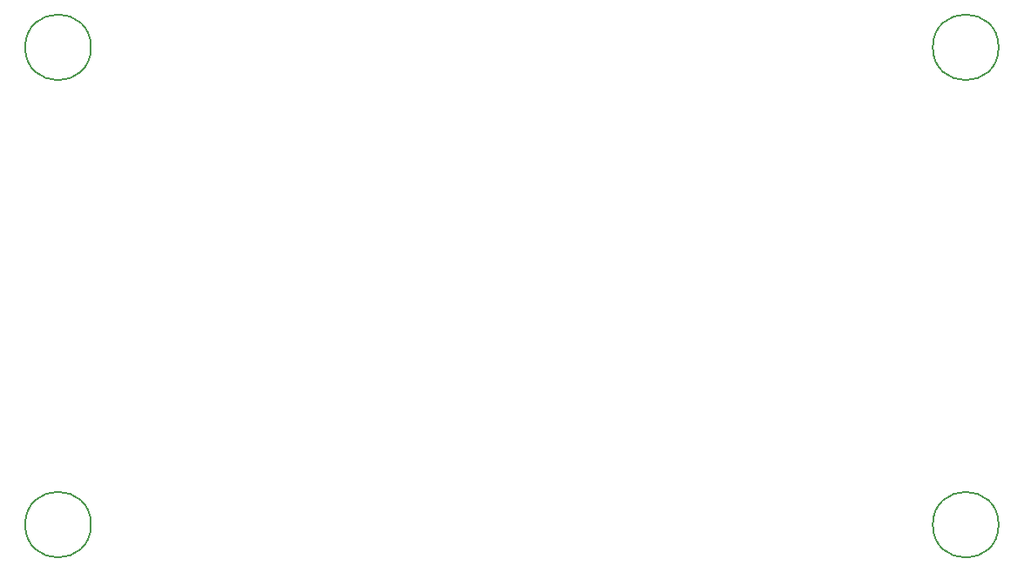
<source format=gbr>
%TF.GenerationSoftware,KiCad,Pcbnew,7.0.7*%
%TF.CreationDate,2023-10-17T22:55:22+02:00*%
%TF.ProjectId,OSSD_front_panel,4f535344-5f66-4726-9f6e-745f70616e65,rev?*%
%TF.SameCoordinates,Original*%
%TF.FileFunction,Other,Comment*%
%FSLAX46Y46*%
G04 Gerber Fmt 4.6, Leading zero omitted, Abs format (unit mm)*
G04 Created by KiCad (PCBNEW 7.0.7) date 2023-10-17 22:55:22*
%MOMM*%
%LPD*%
G01*
G04 APERTURE LIST*
%ADD10C,0.150000*%
G04 APERTURE END LIST*
D10*
%TO.C,REF\u002A\u002A*%
X196955000Y-116500000D02*
G75*
G03*
X196955000Y-116500000I-3200000J0D01*
G01*
X108700000Y-116487000D02*
G75*
G03*
X108700000Y-116487000I-3200000J0D01*
G01*
X108700000Y-70000000D02*
G75*
G03*
X108700000Y-70000000I-3200000J0D01*
G01*
X196955000Y-70000000D02*
G75*
G03*
X196955000Y-70000000I-3200000J0D01*
G01*
%TD*%
M02*

</source>
